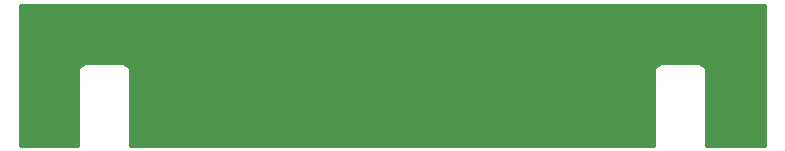
<source format=gbr>
%TF.GenerationSoftware,KiCad,Pcbnew,(5.1.8)-1*%
%TF.CreationDate,2021-12-10T09:16:29+01:00*%
%TF.ProjectId,FirePlaceSideA,46697265-506c-4616-9365-53696465412e,rev?*%
%TF.SameCoordinates,Original*%
%TF.FileFunction,Copper,L1,Top*%
%TF.FilePolarity,Positive*%
%FSLAX46Y46*%
G04 Gerber Fmt 4.6, Leading zero omitted, Abs format (unit mm)*
G04 Created by KiCad (PCBNEW (5.1.8)-1) date 2021-12-10 09:16:29*
%MOMM*%
%LPD*%
G01*
G04 APERTURE LIST*
%TA.AperFunction,NonConductor*%
%ADD10C,0.254000*%
%TD*%
%TA.AperFunction,NonConductor*%
%ADD11C,0.100000*%
%TD*%
G04 APERTURE END LIST*
D10*
X83847001Y-30528600D02*
X78890600Y-30528600D01*
X78890600Y-24299705D01*
X78894156Y-24263600D01*
X78879965Y-24119515D01*
X78837937Y-23980967D01*
X78769687Y-23853280D01*
X78677838Y-23741362D01*
X78565920Y-23649513D01*
X78438233Y-23581263D01*
X78299685Y-23539235D01*
X78191705Y-23528600D01*
X78155600Y-23525044D01*
X78119495Y-23528600D01*
X75220105Y-23528600D01*
X75184000Y-23525044D01*
X75147895Y-23528600D01*
X75039915Y-23539235D01*
X74901367Y-23581263D01*
X74773680Y-23649513D01*
X74661762Y-23741362D01*
X74569913Y-23853280D01*
X74501663Y-23980967D01*
X74459635Y-24119515D01*
X74445444Y-24263600D01*
X74449000Y-24299705D01*
X74449001Y-30528600D01*
X30119000Y-30528600D01*
X30119000Y-24299705D01*
X30122556Y-24263600D01*
X30108365Y-24119515D01*
X30066337Y-23980967D01*
X29998087Y-23853280D01*
X29906238Y-23741362D01*
X29794320Y-23649513D01*
X29666633Y-23581263D01*
X29528085Y-23539235D01*
X29420105Y-23528600D01*
X29384000Y-23525044D01*
X29347895Y-23528600D01*
X26448505Y-23528600D01*
X26412400Y-23525044D01*
X26376295Y-23528600D01*
X26268315Y-23539235D01*
X26129767Y-23581263D01*
X26002080Y-23649513D01*
X25890162Y-23741362D01*
X25798313Y-23853280D01*
X25730063Y-23980967D01*
X25688035Y-24119515D01*
X25673844Y-24263600D01*
X25677401Y-24299715D01*
X25677400Y-30507000D01*
X20801000Y-30507000D01*
X20801000Y-18598600D01*
X83847000Y-18598600D01*
X83847001Y-30528600D01*
%TA.AperFunction,NonConductor*%
D11*
G36*
X83847001Y-30528600D02*
G01*
X78890600Y-30528600D01*
X78890600Y-24299705D01*
X78894156Y-24263600D01*
X78879965Y-24119515D01*
X78837937Y-23980967D01*
X78769687Y-23853280D01*
X78677838Y-23741362D01*
X78565920Y-23649513D01*
X78438233Y-23581263D01*
X78299685Y-23539235D01*
X78191705Y-23528600D01*
X78155600Y-23525044D01*
X78119495Y-23528600D01*
X75220105Y-23528600D01*
X75184000Y-23525044D01*
X75147895Y-23528600D01*
X75039915Y-23539235D01*
X74901367Y-23581263D01*
X74773680Y-23649513D01*
X74661762Y-23741362D01*
X74569913Y-23853280D01*
X74501663Y-23980967D01*
X74459635Y-24119515D01*
X74445444Y-24263600D01*
X74449000Y-24299705D01*
X74449001Y-30528600D01*
X30119000Y-30528600D01*
X30119000Y-24299705D01*
X30122556Y-24263600D01*
X30108365Y-24119515D01*
X30066337Y-23980967D01*
X29998087Y-23853280D01*
X29906238Y-23741362D01*
X29794320Y-23649513D01*
X29666633Y-23581263D01*
X29528085Y-23539235D01*
X29420105Y-23528600D01*
X29384000Y-23525044D01*
X29347895Y-23528600D01*
X26448505Y-23528600D01*
X26412400Y-23525044D01*
X26376295Y-23528600D01*
X26268315Y-23539235D01*
X26129767Y-23581263D01*
X26002080Y-23649513D01*
X25890162Y-23741362D01*
X25798313Y-23853280D01*
X25730063Y-23980967D01*
X25688035Y-24119515D01*
X25673844Y-24263600D01*
X25677401Y-24299715D01*
X25677400Y-30507000D01*
X20801000Y-30507000D01*
X20801000Y-18598600D01*
X83847000Y-18598600D01*
X83847001Y-30528600D01*
G37*
%TD.AperFunction*%
M02*

</source>
